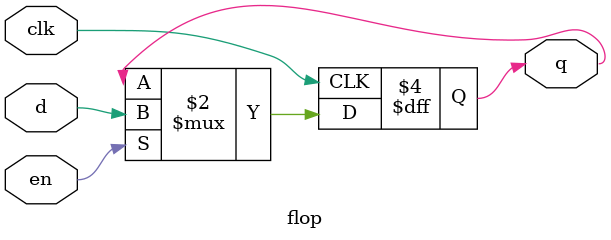
<source format=v>
`timescale 1ns / 1ps

module flop(
    input en,
    input clk,
    input d,
    output reg q
    );
    
    always @(posedge clk)
        begin
            if(en)  q <= d;
        end
        
endmodule

</source>
